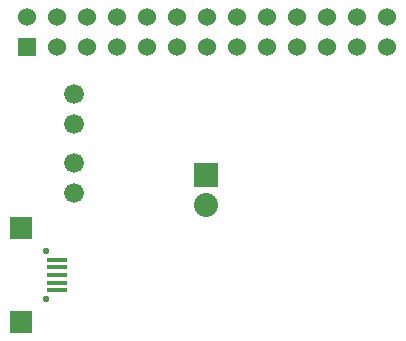
<source format=gbr>
G04 #@! TF.FileFunction,Soldermask,Bot*
%FSLAX46Y46*%
G04 Gerber Fmt 4.6, Leading zero omitted, Abs format (unit mm)*
G04 Created by KiCad (PCBNEW 4.0.1-stable) date 7/13/2016 11:34:53 AM*
%MOMM*%
G01*
G04 APERTURE LIST*
%ADD10C,0.150000*%
%ADD11R,1.524000X1.524000*%
%ADD12C,1.524000*%
%ADD13C,1.676400*%
%ADD14R,2.032000X2.032000*%
%ADD15O,2.032000X2.032000*%
%ADD16R,1.800000X0.400000*%
%ADD17C,0.550000*%
%ADD18R,1.900000X1.900000*%
G04 APERTURE END LIST*
D10*
D11*
X1905000Y-4445000D03*
D12*
X1905000Y-1905000D03*
X4445000Y-4445000D03*
X4445000Y-1905000D03*
X6985000Y-4445000D03*
X6985000Y-1905000D03*
X9525000Y-4445000D03*
X9525000Y-1905000D03*
X12065000Y-4445000D03*
X12065000Y-1905000D03*
X14605000Y-4445000D03*
X14605000Y-1905000D03*
X17145000Y-4445000D03*
X17145000Y-1905000D03*
X19685000Y-4445000D03*
X19685000Y-1905000D03*
X22225000Y-4445000D03*
X22225000Y-1905000D03*
X24765000Y-4445000D03*
X24765000Y-1905000D03*
X27305000Y-4445000D03*
X27305000Y-1905000D03*
X29845000Y-4445000D03*
X29845000Y-1905000D03*
X32385000Y-4445000D03*
X32385000Y-1905000D03*
D13*
X5842000Y-14224000D03*
X5842000Y-16764000D03*
X5880000Y-8380000D03*
X5880000Y-10920000D03*
D14*
X17018000Y-15240000D03*
D15*
X17018000Y-17780000D03*
D16*
X4400000Y-25030000D03*
X4400000Y-24380000D03*
X4400000Y-23730000D03*
X4400000Y-23080000D03*
X4400000Y-22430000D03*
D17*
X3475000Y-25730000D03*
X3475000Y-21730000D03*
D18*
X1375000Y-27680000D03*
X1375000Y-19780000D03*
M02*

</source>
